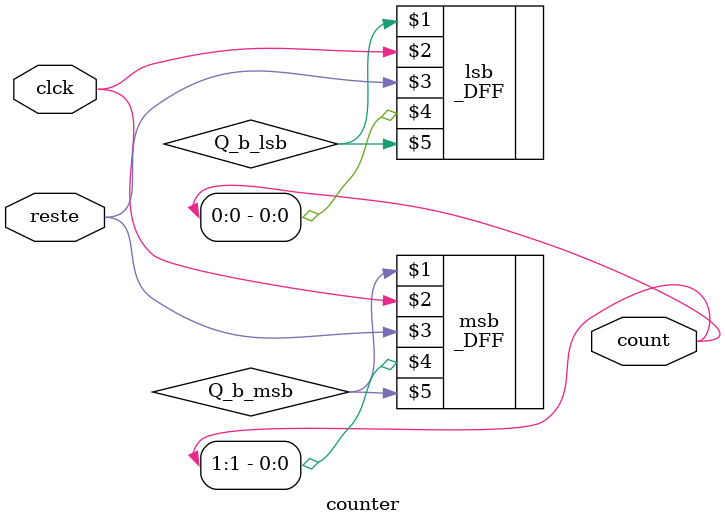
<source format=v>
`timescale 1ns / 1ps


module counter(
    input clck, reste,
    output[1:0] count
    );
    wire Q_b_lsb, Q_b_msb;
    
    _DFF lsb(Q_b_lsb, clck, reste, count[0], Q_b_lsb);
    _DFF msb(Q_b_msb, clck, reste, count[1], Q_b_msb);
    
endmodule

</source>
